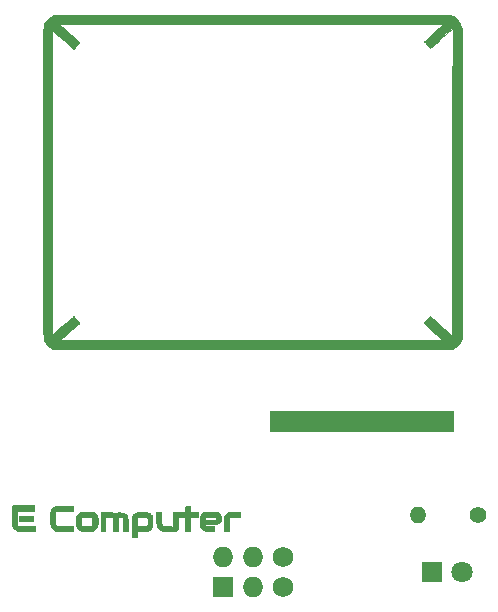
<source format=gtl>
G04 #@! TF.GenerationSoftware,KiCad,Pcbnew,(7.0.0)*
G04 #@! TF.CreationDate,2023-04-17T17:46:40-04:00*
G04 #@! TF.ProjectId,AA Design THT Modify,41412044-6573-4696-976e-20544854204d,rev?*
G04 #@! TF.SameCoordinates,Original*
G04 #@! TF.FileFunction,Copper,L1,Top*
G04 #@! TF.FilePolarity,Positive*
%FSLAX46Y46*%
G04 Gerber Fmt 4.6, Leading zero omitted, Abs format (unit mm)*
G04 Created by KiCad (PCBNEW (7.0.0)) date 2023-04-17 17:46:40*
%MOMM*%
%LPD*%
G01*
G04 APERTURE LIST*
G04 #@! TA.AperFunction,EtchedComponent*
%ADD10C,0.010000*%
G04 #@! TD*
G04 #@! TA.AperFunction,ComponentPad*
%ADD11O,1.727200X1.727200*%
G04 #@! TD*
G04 #@! TA.AperFunction,ComponentPad*
%ADD12R,1.727200X1.727200*%
G04 #@! TD*
G04 #@! TA.AperFunction,ComponentPad*
%ADD13C,1.727200*%
G04 #@! TD*
G04 #@! TA.AperFunction,ComponentPad*
%ADD14R,1.800000X1.800000*%
G04 #@! TD*
G04 #@! TA.AperFunction,ComponentPad*
%ADD15C,1.800000*%
G04 #@! TD*
G04 #@! TA.AperFunction,ComponentPad*
%ADD16C,1.400000*%
G04 #@! TD*
G04 #@! TA.AperFunction,ComponentPad*
%ADD17O,1.400000X1.400000*%
G04 #@! TD*
G04 APERTURE END LIST*
G04 #@! TO.C,G\u002A\u002A\u002A*
G36*
X44926989Y-82063686D02*
G01*
X43720489Y-82063686D01*
X43720489Y-81640353D01*
X44926989Y-81640353D01*
X44926989Y-82063686D01*
G37*
D10*
X44926989Y-82063686D02*
X43720489Y-82063686D01*
X43720489Y-81640353D01*
X44926989Y-81640353D01*
X44926989Y-82063686D01*
G36*
X80529322Y-74422519D02*
G01*
X64971822Y-74422519D01*
X64971822Y-72750353D01*
X80529322Y-72750353D01*
X80529322Y-74422519D01*
G37*
X80529322Y-74422519D02*
X64971822Y-74422519D01*
X64971822Y-72750353D01*
X80529322Y-72750353D01*
X80529322Y-74422519D01*
G36*
X58242087Y-81301686D02*
G01*
X58918155Y-81301686D01*
X58918155Y-81703853D01*
X58240822Y-81703853D01*
X58240822Y-82910353D01*
X57838655Y-82910353D01*
X57838655Y-81703853D01*
X57330655Y-81703853D01*
X57330655Y-81301686D01*
X57837390Y-81301686D01*
X57843314Y-81031811D01*
X57849239Y-80761936D01*
X58230239Y-80761936D01*
X58242087Y-81301686D01*
G37*
X58242087Y-81301686D02*
X58918155Y-81301686D01*
X58918155Y-81703853D01*
X58240822Y-81703853D01*
X58240822Y-82910353D01*
X57838655Y-82910353D01*
X57838655Y-81703853D01*
X57330655Y-81703853D01*
X57330655Y-81301686D01*
X57837390Y-81301686D01*
X57843314Y-81031811D01*
X57849239Y-80761936D01*
X58230239Y-80761936D01*
X58242087Y-81301686D01*
G36*
X62495322Y-81703853D02*
G01*
X62030855Y-81703853D01*
X61879207Y-81703981D01*
X61764296Y-81704721D01*
X61680525Y-81706601D01*
X61622300Y-81710150D01*
X61584024Y-81715897D01*
X61560101Y-81724372D01*
X61544935Y-81736105D01*
X61533439Y-81750896D01*
X61523232Y-81771147D01*
X61515311Y-81802541D01*
X61509405Y-81850037D01*
X61505243Y-81918595D01*
X61502554Y-82013174D01*
X61501068Y-82138734D01*
X61500514Y-82300235D01*
X61500489Y-82354146D01*
X61500489Y-82910353D01*
X61098322Y-82910353D01*
X61098322Y-82327936D01*
X61099178Y-82121511D01*
X61101809Y-81955069D01*
X61106305Y-81826296D01*
X61112759Y-81732874D01*
X61121262Y-81672488D01*
X61124780Y-81658592D01*
X61172364Y-81559822D01*
X61249101Y-81463458D01*
X61343227Y-81382749D01*
X61399582Y-81349111D01*
X61431738Y-81334054D01*
X61464142Y-81322568D01*
X61502843Y-81314172D01*
X61553888Y-81308386D01*
X61623326Y-81304725D01*
X61717206Y-81302710D01*
X61841576Y-81301857D01*
X61994932Y-81301686D01*
X62495322Y-81301686D01*
X62495322Y-81703853D01*
G37*
X62495322Y-81703853D02*
X62030855Y-81703853D01*
X61879207Y-81703981D01*
X61764296Y-81704721D01*
X61680525Y-81706601D01*
X61622300Y-81710150D01*
X61584024Y-81715897D01*
X61560101Y-81724372D01*
X61544935Y-81736105D01*
X61533439Y-81750896D01*
X61523232Y-81771147D01*
X61515311Y-81802541D01*
X61509405Y-81850037D01*
X61505243Y-81918595D01*
X61502554Y-82013174D01*
X61501068Y-82138734D01*
X61500514Y-82300235D01*
X61500489Y-82354146D01*
X61500489Y-82910353D01*
X61098322Y-82910353D01*
X61098322Y-82327936D01*
X61099178Y-82121511D01*
X61101809Y-81955069D01*
X61106305Y-81826296D01*
X61112759Y-81732874D01*
X61121262Y-81672488D01*
X61124780Y-81658592D01*
X61172364Y-81559822D01*
X61249101Y-81463458D01*
X61343227Y-81382749D01*
X61399582Y-81349111D01*
X61431738Y-81334054D01*
X61464142Y-81322568D01*
X61502843Y-81314172D01*
X61553888Y-81308386D01*
X61623326Y-81304725D01*
X61717206Y-81302710D01*
X61841576Y-81301857D01*
X61994932Y-81301686D01*
X62495322Y-81301686D01*
X62495322Y-81703853D01*
G36*
X45049437Y-80947144D02*
G01*
X45043405Y-81164103D01*
X44318447Y-81169672D01*
X43593489Y-81175242D01*
X43593489Y-81785516D01*
X43593656Y-81963164D01*
X43594350Y-82103274D01*
X43595859Y-82210644D01*
X43598470Y-82290069D01*
X43602471Y-82346344D01*
X43608149Y-82384267D01*
X43615793Y-82408632D01*
X43625689Y-82424236D01*
X43632197Y-82430822D01*
X43646408Y-82440323D01*
X43668722Y-82447957D01*
X43703472Y-82453923D01*
X43754989Y-82458420D01*
X43827605Y-82461649D01*
X43925652Y-82463807D01*
X44053461Y-82465094D01*
X44215364Y-82465709D01*
X44394197Y-82465853D01*
X45117489Y-82465853D01*
X45117489Y-82868019D01*
X44350197Y-82866293D01*
X44141027Y-82865541D01*
X43970063Y-82864214D01*
X43833177Y-82862148D01*
X43726244Y-82859181D01*
X43645138Y-82855153D01*
X43585733Y-82849901D01*
X43543902Y-82843262D01*
X43515520Y-82835076D01*
X43511439Y-82833390D01*
X43377375Y-82752402D01*
X43269184Y-82639653D01*
X43209501Y-82539936D01*
X43149022Y-82412936D01*
X43149005Y-81618604D01*
X43149197Y-81410272D01*
X43149888Y-81240183D01*
X43151239Y-81104249D01*
X43153409Y-80998381D01*
X43156559Y-80918489D01*
X43160849Y-80860486D01*
X43166439Y-80820282D01*
X43173488Y-80793789D01*
X43181939Y-80777229D01*
X43214889Y-80730186D01*
X45055469Y-80730186D01*
X45049437Y-80947144D01*
G37*
X45049437Y-80947144D02*
X45043405Y-81164103D01*
X44318447Y-81169672D01*
X43593489Y-81175242D01*
X43593489Y-81785516D01*
X43593656Y-81963164D01*
X43594350Y-82103274D01*
X43595859Y-82210644D01*
X43598470Y-82290069D01*
X43602471Y-82346344D01*
X43608149Y-82384267D01*
X43615793Y-82408632D01*
X43625689Y-82424236D01*
X43632197Y-82430822D01*
X43646408Y-82440323D01*
X43668722Y-82447957D01*
X43703472Y-82453923D01*
X43754989Y-82458420D01*
X43827605Y-82461649D01*
X43925652Y-82463807D01*
X44053461Y-82465094D01*
X44215364Y-82465709D01*
X44394197Y-82465853D01*
X45117489Y-82465853D01*
X45117489Y-82868019D01*
X44350197Y-82866293D01*
X44141027Y-82865541D01*
X43970063Y-82864214D01*
X43833177Y-82862148D01*
X43726244Y-82859181D01*
X43645138Y-82855153D01*
X43585733Y-82849901D01*
X43543902Y-82843262D01*
X43515520Y-82835076D01*
X43511439Y-82833390D01*
X43377375Y-82752402D01*
X43269184Y-82639653D01*
X43209501Y-82539936D01*
X43149022Y-82412936D01*
X43149005Y-81618604D01*
X43149197Y-81410272D01*
X43149888Y-81240183D01*
X43151239Y-81104249D01*
X43153409Y-80998381D01*
X43156559Y-80918489D01*
X43160849Y-80860486D01*
X43166439Y-80820282D01*
X43173488Y-80793789D01*
X43181939Y-80777229D01*
X43214889Y-80730186D01*
X45055469Y-80730186D01*
X45049437Y-80947144D01*
G36*
X55785489Y-81731118D02*
G01*
X55785703Y-81885363D01*
X55786698Y-82003568D01*
X55789004Y-82092025D01*
X55793150Y-82157029D01*
X55799665Y-82204870D01*
X55809078Y-82241841D01*
X55821919Y-82274236D01*
X55833114Y-82297326D01*
X55896407Y-82386338D01*
X55975989Y-82444686D01*
X56013272Y-82464069D01*
X56049841Y-82478248D01*
X56093268Y-82488210D01*
X56151123Y-82494940D01*
X56230979Y-82499425D01*
X56340408Y-82502650D01*
X56436364Y-82504643D01*
X56801489Y-82511683D01*
X56801489Y-81301686D01*
X57203655Y-81301686D01*
X57203655Y-82698686D01*
X57150739Y-82698686D01*
X57109481Y-82708380D01*
X57097822Y-82742411D01*
X57087684Y-82798182D01*
X57075910Y-82827077D01*
X57067664Y-82839048D01*
X57054067Y-82848405D01*
X57030354Y-82855449D01*
X56991759Y-82860479D01*
X56933517Y-82863797D01*
X56850863Y-82865703D01*
X56739030Y-82866498D01*
X56593252Y-82866481D01*
X56456785Y-82866110D01*
X56298733Y-82864967D01*
X56151824Y-82862697D01*
X56022175Y-82859490D01*
X55915903Y-82855535D01*
X55839128Y-82851021D01*
X55797966Y-82846138D01*
X55796072Y-82845645D01*
X55752203Y-82822730D01*
X55689923Y-82777598D01*
X55620217Y-82718493D01*
X55594081Y-82694096D01*
X55536624Y-82636726D01*
X55490646Y-82583119D01*
X55454875Y-82527752D01*
X55428039Y-82465096D01*
X55408867Y-82389625D01*
X55396087Y-82295815D01*
X55388427Y-82178137D01*
X55384615Y-82031067D01*
X55383381Y-81849078D01*
X55383322Y-81778255D01*
X55383322Y-81259353D01*
X55785489Y-81259353D01*
X55785489Y-81731118D01*
G37*
X55785489Y-81731118D02*
X55785703Y-81885363D01*
X55786698Y-82003568D01*
X55789004Y-82092025D01*
X55793150Y-82157029D01*
X55799665Y-82204870D01*
X55809078Y-82241841D01*
X55821919Y-82274236D01*
X55833114Y-82297326D01*
X55896407Y-82386338D01*
X55975989Y-82444686D01*
X56013272Y-82464069D01*
X56049841Y-82478248D01*
X56093268Y-82488210D01*
X56151123Y-82494940D01*
X56230979Y-82499425D01*
X56340408Y-82502650D01*
X56436364Y-82504643D01*
X56801489Y-82511683D01*
X56801489Y-81301686D01*
X57203655Y-81301686D01*
X57203655Y-82698686D01*
X57150739Y-82698686D01*
X57109481Y-82708380D01*
X57097822Y-82742411D01*
X57087684Y-82798182D01*
X57075910Y-82827077D01*
X57067664Y-82839048D01*
X57054067Y-82848405D01*
X57030354Y-82855449D01*
X56991759Y-82860479D01*
X56933517Y-82863797D01*
X56850863Y-82865703D01*
X56739030Y-82866498D01*
X56593252Y-82866481D01*
X56456785Y-82866110D01*
X56298733Y-82864967D01*
X56151824Y-82862697D01*
X56022175Y-82859490D01*
X55915903Y-82855535D01*
X55839128Y-82851021D01*
X55797966Y-82846138D01*
X55796072Y-82845645D01*
X55752203Y-82822730D01*
X55689923Y-82777598D01*
X55620217Y-82718493D01*
X55594081Y-82694096D01*
X55536624Y-82636726D01*
X55490646Y-82583119D01*
X55454875Y-82527752D01*
X55428039Y-82465096D01*
X55408867Y-82389625D01*
X55396087Y-82295815D01*
X55388427Y-82178137D01*
X55384615Y-82031067D01*
X55383381Y-81849078D01*
X55383322Y-81778255D01*
X55383322Y-81259353D01*
X55785489Y-81259353D01*
X55785489Y-81731118D01*
G36*
X48334822Y-81174686D02*
G01*
X46876722Y-81174686D01*
X46843772Y-81221729D01*
X46833565Y-81241980D01*
X46825644Y-81273374D01*
X46819738Y-81320870D01*
X46815576Y-81389428D01*
X46812888Y-81484007D01*
X46811402Y-81609567D01*
X46810847Y-81771068D01*
X46810822Y-81824979D01*
X46810974Y-81993277D01*
X46811672Y-82124382D01*
X46813280Y-82223435D01*
X46816162Y-82295575D01*
X46820680Y-82345943D01*
X46827199Y-82379679D01*
X46836082Y-82401924D01*
X46847693Y-82417816D01*
X46853155Y-82423519D01*
X46866152Y-82434913D01*
X46882901Y-82444058D01*
X46907845Y-82451199D01*
X46945429Y-82456585D01*
X47000094Y-82460462D01*
X47076285Y-82463076D01*
X47178444Y-82464675D01*
X47311014Y-82465506D01*
X47478438Y-82465815D01*
X47615155Y-82465853D01*
X48334822Y-82465853D01*
X48334822Y-82868019D01*
X47567530Y-82867554D01*
X47365004Y-82867285D01*
X47200294Y-82866608D01*
X47068882Y-82865312D01*
X46966250Y-82863186D01*
X46887882Y-82860020D01*
X46829260Y-82855602D01*
X46785867Y-82849722D01*
X46753185Y-82842169D01*
X46726697Y-82832733D01*
X46715572Y-82827806D01*
X46600649Y-82751747D01*
X46509019Y-82643413D01*
X46450837Y-82523426D01*
X46438501Y-82485206D01*
X46428816Y-82445213D01*
X46421465Y-82397944D01*
X46416133Y-82337896D01*
X46412505Y-82259567D01*
X46410264Y-82157452D01*
X46409094Y-82026050D01*
X46408680Y-81859857D01*
X46408655Y-81788368D01*
X46408947Y-81596301D01*
X46410361Y-81441443D01*
X46413710Y-81318670D01*
X46419803Y-81222857D01*
X46429451Y-81148881D01*
X46443463Y-81091619D01*
X46462652Y-81045946D01*
X46487827Y-81006740D01*
X46519798Y-80968875D01*
X46542020Y-80945254D01*
X46603588Y-80891935D01*
X46679418Y-80840362D01*
X46709577Y-80823546D01*
X46809415Y-80772519D01*
X48334822Y-80772519D01*
X48334822Y-81174686D01*
G37*
X48334822Y-81174686D02*
X46876722Y-81174686D01*
X46843772Y-81221729D01*
X46833565Y-81241980D01*
X46825644Y-81273374D01*
X46819738Y-81320870D01*
X46815576Y-81389428D01*
X46812888Y-81484007D01*
X46811402Y-81609567D01*
X46810847Y-81771068D01*
X46810822Y-81824979D01*
X46810974Y-81993277D01*
X46811672Y-82124382D01*
X46813280Y-82223435D01*
X46816162Y-82295575D01*
X46820680Y-82345943D01*
X46827199Y-82379679D01*
X46836082Y-82401924D01*
X46847693Y-82417816D01*
X46853155Y-82423519D01*
X46866152Y-82434913D01*
X46882901Y-82444058D01*
X46907845Y-82451199D01*
X46945429Y-82456585D01*
X47000094Y-82460462D01*
X47076285Y-82463076D01*
X47178444Y-82464675D01*
X47311014Y-82465506D01*
X47478438Y-82465815D01*
X47615155Y-82465853D01*
X48334822Y-82465853D01*
X48334822Y-82868019D01*
X47567530Y-82867554D01*
X47365004Y-82867285D01*
X47200294Y-82866608D01*
X47068882Y-82865312D01*
X46966250Y-82863186D01*
X46887882Y-82860020D01*
X46829260Y-82855602D01*
X46785867Y-82849722D01*
X46753185Y-82842169D01*
X46726697Y-82832733D01*
X46715572Y-82827806D01*
X46600649Y-82751747D01*
X46509019Y-82643413D01*
X46450837Y-82523426D01*
X46438501Y-82485206D01*
X46428816Y-82445213D01*
X46421465Y-82397944D01*
X46416133Y-82337896D01*
X46412505Y-82259567D01*
X46410264Y-82157452D01*
X46409094Y-82026050D01*
X46408680Y-81859857D01*
X46408655Y-81788368D01*
X46408947Y-81596301D01*
X46410361Y-81441443D01*
X46413710Y-81318670D01*
X46419803Y-81222857D01*
X46429451Y-81148881D01*
X46443463Y-81091619D01*
X46462652Y-81045946D01*
X46487827Y-81006740D01*
X46519798Y-80968875D01*
X46542020Y-80945254D01*
X46603588Y-80891935D01*
X46679418Y-80840362D01*
X46709577Y-80823546D01*
X46809415Y-80772519D01*
X48334822Y-80772519D01*
X48334822Y-81174686D01*
G36*
X51339866Y-81302156D02*
G01*
X51455765Y-81303191D01*
X51542526Y-81305599D01*
X51606744Y-81309980D01*
X51655018Y-81316936D01*
X51693943Y-81327068D01*
X51730118Y-81340976D01*
X51758530Y-81353836D01*
X51820779Y-81381946D01*
X51853984Y-81392536D01*
X51867244Y-81386457D01*
X51869655Y-81364557D01*
X51869655Y-81364212D01*
X51871901Y-81348422D01*
X51882793Y-81337267D01*
X51908558Y-81329955D01*
X51955426Y-81325692D01*
X52029625Y-81323689D01*
X52137386Y-81323152D01*
X52192447Y-81323171D01*
X52342638Y-81324764D01*
X52458400Y-81330608D01*
X52547580Y-81342806D01*
X52618029Y-81363462D01*
X52677593Y-81394678D01*
X52734123Y-81438557D01*
X52778341Y-81480144D01*
X52825147Y-81528459D01*
X52862550Y-81574815D01*
X52891597Y-81624560D01*
X52913338Y-81683045D01*
X52928821Y-81755617D01*
X52939092Y-81847624D01*
X52945201Y-81964416D01*
X52948195Y-82111342D01*
X52949123Y-82293750D01*
X52949155Y-82351866D01*
X52949155Y-82910353D01*
X52546989Y-82910353D01*
X52546989Y-82349436D01*
X52547120Y-82167140D01*
X52546285Y-82022761D01*
X52542641Y-81911891D01*
X52534347Y-81830123D01*
X52519560Y-81773049D01*
X52496436Y-81736262D01*
X52463135Y-81715354D01*
X52417813Y-81705917D01*
X52358628Y-81703545D01*
X52283737Y-81703830D01*
X52277114Y-81703835D01*
X52091905Y-81703818D01*
X52098406Y-82307085D01*
X52104907Y-82910353D01*
X51700322Y-82910353D01*
X51700322Y-82349436D01*
X51700750Y-82166872D01*
X51700405Y-82022222D01*
X51696841Y-81911103D01*
X51687616Y-81829127D01*
X51670284Y-81771910D01*
X51642402Y-81735066D01*
X51601525Y-81714210D01*
X51545208Y-81704957D01*
X51471007Y-81702921D01*
X51376478Y-81703716D01*
X51340489Y-81703853D01*
X51065322Y-81703853D01*
X51065322Y-82910353D01*
X50663155Y-82910353D01*
X50663155Y-82153062D01*
X50663365Y-81949914D01*
X50664111Y-81784902D01*
X50665563Y-81653832D01*
X50667893Y-81552507D01*
X50671274Y-81476734D01*
X50675878Y-81422316D01*
X50681876Y-81385058D01*
X50689440Y-81360766D01*
X50696105Y-81348729D01*
X50708198Y-81333302D01*
X50723701Y-81321682D01*
X50748249Y-81313334D01*
X50787474Y-81307721D01*
X50847008Y-81304307D01*
X50932485Y-81302556D01*
X51049537Y-81301933D01*
X51188230Y-81301893D01*
X51339866Y-81302156D01*
G37*
X51339866Y-81302156D02*
X51455765Y-81303191D01*
X51542526Y-81305599D01*
X51606744Y-81309980D01*
X51655018Y-81316936D01*
X51693943Y-81327068D01*
X51730118Y-81340976D01*
X51758530Y-81353836D01*
X51820779Y-81381946D01*
X51853984Y-81392536D01*
X51867244Y-81386457D01*
X51869655Y-81364557D01*
X51869655Y-81364212D01*
X51871901Y-81348422D01*
X51882793Y-81337267D01*
X51908558Y-81329955D01*
X51955426Y-81325692D01*
X52029625Y-81323689D01*
X52137386Y-81323152D01*
X52192447Y-81323171D01*
X52342638Y-81324764D01*
X52458400Y-81330608D01*
X52547580Y-81342806D01*
X52618029Y-81363462D01*
X52677593Y-81394678D01*
X52734123Y-81438557D01*
X52778341Y-81480144D01*
X52825147Y-81528459D01*
X52862550Y-81574815D01*
X52891597Y-81624560D01*
X52913338Y-81683045D01*
X52928821Y-81755617D01*
X52939092Y-81847624D01*
X52945201Y-81964416D01*
X52948195Y-82111342D01*
X52949123Y-82293750D01*
X52949155Y-82351866D01*
X52949155Y-82910353D01*
X52546989Y-82910353D01*
X52546989Y-82349436D01*
X52547120Y-82167140D01*
X52546285Y-82022761D01*
X52542641Y-81911891D01*
X52534347Y-81830123D01*
X52519560Y-81773049D01*
X52496436Y-81736262D01*
X52463135Y-81715354D01*
X52417813Y-81705917D01*
X52358628Y-81703545D01*
X52283737Y-81703830D01*
X52277114Y-81703835D01*
X52091905Y-81703818D01*
X52098406Y-82307085D01*
X52104907Y-82910353D01*
X51700322Y-82910353D01*
X51700322Y-82349436D01*
X51700750Y-82166872D01*
X51700405Y-82022222D01*
X51696841Y-81911103D01*
X51687616Y-81829127D01*
X51670284Y-81771910D01*
X51642402Y-81735066D01*
X51601525Y-81714210D01*
X51545208Y-81704957D01*
X51471007Y-81702921D01*
X51376478Y-81703716D01*
X51340489Y-81703853D01*
X51065322Y-81703853D01*
X51065322Y-82910353D01*
X50663155Y-82910353D01*
X50663155Y-82153062D01*
X50663365Y-81949914D01*
X50664111Y-81784902D01*
X50665563Y-81653832D01*
X50667893Y-81552507D01*
X50671274Y-81476734D01*
X50675878Y-81422316D01*
X50681876Y-81385058D01*
X50689440Y-81360766D01*
X50696105Y-81348729D01*
X50708198Y-81333302D01*
X50723701Y-81321682D01*
X50748249Y-81313334D01*
X50787474Y-81307721D01*
X50847008Y-81304307D01*
X50932485Y-81302556D01*
X51049537Y-81301933D01*
X51188230Y-81301893D01*
X51339866Y-81302156D01*
G36*
X54328075Y-81302596D02*
G01*
X54469869Y-81306089D01*
X54580996Y-81313310D01*
X54667277Y-81325404D01*
X54734531Y-81343515D01*
X54788580Y-81368787D01*
X54835245Y-81402367D01*
X54880299Y-81445349D01*
X54934233Y-81503896D01*
X54974907Y-81557063D01*
X55004181Y-81612125D01*
X55023913Y-81676353D01*
X55035960Y-81757019D01*
X55042181Y-81861397D01*
X55044434Y-81996759D01*
X55044655Y-82088582D01*
X55043540Y-82232405D01*
X55040339Y-82349373D01*
X55035273Y-82435242D01*
X55028562Y-82485766D01*
X55023489Y-82497603D01*
X55005259Y-82527669D01*
X55002322Y-82548788D01*
X54986214Y-82593334D01*
X54943896Y-82651915D01*
X54884374Y-82715077D01*
X54816655Y-82773365D01*
X54749746Y-82817324D01*
X54743395Y-82820594D01*
X54707991Y-82836988D01*
X54672247Y-82849109D01*
X54629267Y-82857596D01*
X54572153Y-82863090D01*
X54494007Y-82866231D01*
X54387933Y-82867660D01*
X54247032Y-82868018D01*
X54232712Y-82868019D01*
X53816989Y-82868019D01*
X53816989Y-82465853D01*
X54196788Y-82465853D01*
X54344987Y-82466192D01*
X54456198Y-82464088D01*
X54535705Y-82454855D01*
X54588794Y-82433808D01*
X54620751Y-82396261D01*
X54636861Y-82337529D01*
X54642409Y-82252928D01*
X54642680Y-82137771D01*
X54642489Y-82070760D01*
X54642907Y-81953399D01*
X54640791Y-81864071D01*
X54631081Y-81798969D01*
X54608722Y-81754285D01*
X54568654Y-81726209D01*
X54505819Y-81710934D01*
X54415161Y-81704651D01*
X54291620Y-81703554D01*
X54155179Y-81703853D01*
X53997990Y-81704903D01*
X53880198Y-81708172D01*
X53798918Y-81713835D01*
X53751262Y-81722066D01*
X53736555Y-81729253D01*
X53729620Y-81747982D01*
X53723931Y-81790869D01*
X53719404Y-81860723D01*
X53715955Y-81960355D01*
X53713500Y-82092573D01*
X53711954Y-82260189D01*
X53711233Y-82466011D01*
X53711155Y-82575919D01*
X53711155Y-83397186D01*
X53287822Y-83397186D01*
X53287822Y-82575456D01*
X53288012Y-82348731D01*
X53288983Y-82160088D01*
X53291331Y-82005276D01*
X53295656Y-81880044D01*
X53302555Y-81780140D01*
X53312626Y-81701314D01*
X53326469Y-81639315D01*
X53344681Y-81589892D01*
X53367859Y-81548793D01*
X53396603Y-81511768D01*
X53431511Y-81474565D01*
X53444586Y-81461424D01*
X53495218Y-81412570D01*
X53541400Y-81374838D01*
X53589460Y-81346795D01*
X53645725Y-81327007D01*
X53716523Y-81314041D01*
X53808182Y-81306463D01*
X53927030Y-81302841D01*
X54079395Y-81301741D01*
X54149792Y-81301686D01*
X54328075Y-81302596D01*
G37*
X54328075Y-81302596D02*
X54469869Y-81306089D01*
X54580996Y-81313310D01*
X54667277Y-81325404D01*
X54734531Y-81343515D01*
X54788580Y-81368787D01*
X54835245Y-81402367D01*
X54880299Y-81445349D01*
X54934233Y-81503896D01*
X54974907Y-81557063D01*
X55004181Y-81612125D01*
X55023913Y-81676353D01*
X55035960Y-81757019D01*
X55042181Y-81861397D01*
X55044434Y-81996759D01*
X55044655Y-82088582D01*
X55043540Y-82232405D01*
X55040339Y-82349373D01*
X55035273Y-82435242D01*
X55028562Y-82485766D01*
X55023489Y-82497603D01*
X55005259Y-82527669D01*
X55002322Y-82548788D01*
X54986214Y-82593334D01*
X54943896Y-82651915D01*
X54884374Y-82715077D01*
X54816655Y-82773365D01*
X54749746Y-82817324D01*
X54743395Y-82820594D01*
X54707991Y-82836988D01*
X54672247Y-82849109D01*
X54629267Y-82857596D01*
X54572153Y-82863090D01*
X54494007Y-82866231D01*
X54387933Y-82867660D01*
X54247032Y-82868018D01*
X54232712Y-82868019D01*
X53816989Y-82868019D01*
X53816989Y-82465853D01*
X54196788Y-82465853D01*
X54344987Y-82466192D01*
X54456198Y-82464088D01*
X54535705Y-82454855D01*
X54588794Y-82433808D01*
X54620751Y-82396261D01*
X54636861Y-82337529D01*
X54642409Y-82252928D01*
X54642680Y-82137771D01*
X54642489Y-82070760D01*
X54642907Y-81953399D01*
X54640791Y-81864071D01*
X54631081Y-81798969D01*
X54608722Y-81754285D01*
X54568654Y-81726209D01*
X54505819Y-81710934D01*
X54415161Y-81704651D01*
X54291620Y-81703554D01*
X54155179Y-81703853D01*
X53997990Y-81704903D01*
X53880198Y-81708172D01*
X53798918Y-81713835D01*
X53751262Y-81722066D01*
X53736555Y-81729253D01*
X53729620Y-81747982D01*
X53723931Y-81790869D01*
X53719404Y-81860723D01*
X53715955Y-81960355D01*
X53713500Y-82092573D01*
X53711954Y-82260189D01*
X53711233Y-82466011D01*
X53711155Y-82575919D01*
X53711155Y-83397186D01*
X53287822Y-83397186D01*
X53287822Y-82575456D01*
X53288012Y-82348731D01*
X53288983Y-82160088D01*
X53291331Y-82005276D01*
X53295656Y-81880044D01*
X53302555Y-81780140D01*
X53312626Y-81701314D01*
X53326469Y-81639315D01*
X53344681Y-81589892D01*
X53367859Y-81548793D01*
X53396603Y-81511768D01*
X53431511Y-81474565D01*
X53444586Y-81461424D01*
X53495218Y-81412570D01*
X53541400Y-81374838D01*
X53589460Y-81346795D01*
X53645725Y-81327007D01*
X53716523Y-81314041D01*
X53808182Y-81306463D01*
X53927030Y-81302841D01*
X54079395Y-81301741D01*
X54149792Y-81301686D01*
X54328075Y-81302596D01*
G36*
X60110248Y-81260138D02*
G01*
X60229220Y-81261031D01*
X60318617Y-81263241D01*
X60384817Y-81267308D01*
X60434199Y-81273772D01*
X60473142Y-81283173D01*
X60508025Y-81296050D01*
X60537405Y-81309269D01*
X60665977Y-81389730D01*
X60764547Y-81493515D01*
X60830711Y-81614569D01*
X60862070Y-81746834D01*
X60856222Y-81884255D01*
X60815572Y-82010769D01*
X60767034Y-82090618D01*
X60698629Y-82173507D01*
X60621665Y-82247880D01*
X60547448Y-82302181D01*
X60514698Y-82318271D01*
X60477528Y-82324541D01*
X60405375Y-82330040D01*
X60305588Y-82334460D01*
X60185516Y-82337489D01*
X60052506Y-82338818D01*
X60027203Y-82338853D01*
X59593840Y-82338853D01*
X59599956Y-82153644D01*
X59606072Y-81968436D01*
X59987072Y-81962866D01*
X60132901Y-81960221D01*
X60241785Y-81955989D01*
X60319111Y-81948446D01*
X60370265Y-81935865D01*
X60400635Y-81916521D01*
X60415608Y-81888687D01*
X60420573Y-81850637D01*
X60420989Y-81823849D01*
X60418386Y-81785655D01*
X60407194Y-81756630D01*
X60382337Y-81735513D01*
X60338737Y-81721045D01*
X60271317Y-81711966D01*
X60175003Y-81707016D01*
X60044716Y-81704935D01*
X59940192Y-81704526D01*
X59798987Y-81704542D01*
X59694249Y-81705491D01*
X59620111Y-81707925D01*
X59570708Y-81712395D01*
X59540174Y-81719451D01*
X59522645Y-81729646D01*
X59512254Y-81743529D01*
X59511567Y-81744794D01*
X59503690Y-81780420D01*
X59497171Y-81850860D01*
X59492442Y-81948609D01*
X59489940Y-82066157D01*
X59489655Y-82123724D01*
X59489655Y-82461711D01*
X59556314Y-82484949D01*
X59601502Y-82493292D01*
X59680377Y-82500233D01*
X59784300Y-82505273D01*
X59904633Y-82507913D01*
X59958480Y-82508186D01*
X60293989Y-82508186D01*
X60293989Y-82868019D01*
X59897114Y-82867554D01*
X59754334Y-82866948D01*
X59646717Y-82865089D01*
X59567094Y-82861341D01*
X59508299Y-82855073D01*
X59463165Y-82845649D01*
X59424526Y-82832436D01*
X59404989Y-82824023D01*
X59281070Y-82747344D01*
X59172165Y-82639979D01*
X59123134Y-82571686D01*
X59106066Y-82540987D01*
X59093511Y-82506962D01*
X59084588Y-82462408D01*
X59078418Y-82400122D01*
X59074120Y-82312900D01*
X59070815Y-82193539D01*
X59069526Y-82132851D01*
X59068035Y-81961741D01*
X59072326Y-81825639D01*
X59083957Y-81717428D01*
X59104483Y-81629996D01*
X59135460Y-81556227D01*
X59178446Y-81489006D01*
X59222011Y-81435747D01*
X59270172Y-81383376D01*
X59315435Y-81342590D01*
X59363829Y-81311941D01*
X59421387Y-81289987D01*
X59494138Y-81275280D01*
X59588113Y-81266377D01*
X59709343Y-81261832D01*
X59863860Y-81260199D01*
X59955322Y-81260024D01*
X60110248Y-81260138D01*
G37*
X60110248Y-81260138D02*
X60229220Y-81261031D01*
X60318617Y-81263241D01*
X60384817Y-81267308D01*
X60434199Y-81273772D01*
X60473142Y-81283173D01*
X60508025Y-81296050D01*
X60537405Y-81309269D01*
X60665977Y-81389730D01*
X60764547Y-81493515D01*
X60830711Y-81614569D01*
X60862070Y-81746834D01*
X60856222Y-81884255D01*
X60815572Y-82010769D01*
X60767034Y-82090618D01*
X60698629Y-82173507D01*
X60621665Y-82247880D01*
X60547448Y-82302181D01*
X60514698Y-82318271D01*
X60477528Y-82324541D01*
X60405375Y-82330040D01*
X60305588Y-82334460D01*
X60185516Y-82337489D01*
X60052506Y-82338818D01*
X60027203Y-82338853D01*
X59593840Y-82338853D01*
X59599956Y-82153644D01*
X59606072Y-81968436D01*
X59987072Y-81962866D01*
X60132901Y-81960221D01*
X60241785Y-81955989D01*
X60319111Y-81948446D01*
X60370265Y-81935865D01*
X60400635Y-81916521D01*
X60415608Y-81888687D01*
X60420573Y-81850637D01*
X60420989Y-81823849D01*
X60418386Y-81785655D01*
X60407194Y-81756630D01*
X60382337Y-81735513D01*
X60338737Y-81721045D01*
X60271317Y-81711966D01*
X60175003Y-81707016D01*
X60044716Y-81704935D01*
X59940192Y-81704526D01*
X59798987Y-81704542D01*
X59694249Y-81705491D01*
X59620111Y-81707925D01*
X59570708Y-81712395D01*
X59540174Y-81719451D01*
X59522645Y-81729646D01*
X59512254Y-81743529D01*
X59511567Y-81744794D01*
X59503690Y-81780420D01*
X59497171Y-81850860D01*
X59492442Y-81948609D01*
X59489940Y-82066157D01*
X59489655Y-82123724D01*
X59489655Y-82461711D01*
X59556314Y-82484949D01*
X59601502Y-82493292D01*
X59680377Y-82500233D01*
X59784300Y-82505273D01*
X59904633Y-82507913D01*
X59958480Y-82508186D01*
X60293989Y-82508186D01*
X60293989Y-82868019D01*
X59897114Y-82867554D01*
X59754334Y-82866948D01*
X59646717Y-82865089D01*
X59567094Y-82861341D01*
X59508299Y-82855073D01*
X59463165Y-82845649D01*
X59424526Y-82832436D01*
X59404989Y-82824023D01*
X59281070Y-82747344D01*
X59172165Y-82639979D01*
X59123134Y-82571686D01*
X59106066Y-82540987D01*
X59093511Y-82506962D01*
X59084588Y-82462408D01*
X59078418Y-82400122D01*
X59074120Y-82312900D01*
X59070815Y-82193539D01*
X59069526Y-82132851D01*
X59068035Y-81961741D01*
X59072326Y-81825639D01*
X59083957Y-81717428D01*
X59104483Y-81629996D01*
X59135460Y-81556227D01*
X59178446Y-81489006D01*
X59222011Y-81435747D01*
X59270172Y-81383376D01*
X59315435Y-81342590D01*
X59363829Y-81311941D01*
X59421387Y-81289987D01*
X59494138Y-81275280D01*
X59588113Y-81266377D01*
X59709343Y-81261832D01*
X59863860Y-81260199D01*
X59955322Y-81260024D01*
X60110248Y-81260138D01*
G36*
X48569856Y-82013739D02*
G01*
X49011806Y-82013739D01*
X49012155Y-82106683D01*
X49013219Y-82239572D01*
X49017336Y-82336509D01*
X49025896Y-82403847D01*
X49040290Y-82447934D01*
X49061907Y-82475122D01*
X49092137Y-82491760D01*
X49096822Y-82493497D01*
X49130714Y-82498210D01*
X49197206Y-82501790D01*
X49287892Y-82504252D01*
X49394368Y-82505612D01*
X49508227Y-82505886D01*
X49621064Y-82505089D01*
X49724473Y-82503239D01*
X49810049Y-82500350D01*
X49869387Y-82496439D01*
X49893524Y-82491987D01*
X49925722Y-82447506D01*
X49947903Y-82362285D01*
X49960008Y-82236729D01*
X49961976Y-82071246D01*
X49961197Y-82035247D01*
X49957552Y-81921556D01*
X49952830Y-81842673D01*
X49945827Y-81791072D01*
X49935339Y-81759227D01*
X49920163Y-81739613D01*
X49912985Y-81733852D01*
X49888118Y-81722681D01*
X49844949Y-81714479D01*
X49778124Y-81708878D01*
X49682289Y-81705512D01*
X49552092Y-81704015D01*
X49474976Y-81703853D01*
X49323548Y-81703433D01*
X49209207Y-81705180D01*
X49126771Y-81713605D01*
X49071058Y-81733217D01*
X49036886Y-81768526D01*
X49019075Y-81824043D01*
X49012443Y-81904277D01*
X49011806Y-82013739D01*
X48569856Y-82013739D01*
X48569250Y-81975599D01*
X48570421Y-81873048D01*
X48575476Y-81795709D01*
X48584963Y-81735068D01*
X48599008Y-81683881D01*
X48651449Y-81576896D01*
X48732573Y-81470421D01*
X48830618Y-81377470D01*
X48933820Y-81311055D01*
X48937643Y-81309249D01*
X48974124Y-81293169D01*
X49009584Y-81281003D01*
X49050424Y-81272203D01*
X49103041Y-81266222D01*
X49173837Y-81262513D01*
X49269210Y-81260529D01*
X49395561Y-81259723D01*
X49518764Y-81259559D01*
X49693187Y-81260264D01*
X49831233Y-81263430D01*
X49938842Y-81270382D01*
X50021957Y-81282446D01*
X50086516Y-81300947D01*
X50138463Y-81327208D01*
X50183737Y-81362556D01*
X50228279Y-81408315D01*
X50238762Y-81420129D01*
X50295051Y-81487927D01*
X50336515Y-81550075D01*
X50365593Y-81615144D01*
X50384726Y-81691705D01*
X50396353Y-81788328D01*
X50402916Y-81913585D01*
X50405425Y-82005478D01*
X50407394Y-82146956D01*
X50405987Y-82248179D01*
X50401115Y-82311097D01*
X50392685Y-82337660D01*
X50389848Y-82338853D01*
X50372697Y-82356994D01*
X50366822Y-82393080D01*
X50353248Y-82463474D01*
X50317684Y-82549548D01*
X50267866Y-82636839D01*
X50211528Y-82710886D01*
X50181110Y-82740280D01*
X50131794Y-82779715D01*
X50087254Y-82810071D01*
X50041112Y-82832534D01*
X49986994Y-82848291D01*
X49918525Y-82858528D01*
X49829327Y-82864431D01*
X49713026Y-82867188D01*
X49563245Y-82867984D01*
X49494654Y-82868019D01*
X49340882Y-82867880D01*
X49223059Y-82867067D01*
X49134800Y-82864984D01*
X49069719Y-82861037D01*
X49021433Y-82854631D01*
X48983556Y-82845171D01*
X48949704Y-82832063D01*
X48913491Y-82814710D01*
X48911421Y-82813679D01*
X48782987Y-82727567D01*
X48677268Y-82607637D01*
X48626349Y-82523472D01*
X48607639Y-82483916D01*
X48594172Y-82441560D01*
X48584844Y-82388139D01*
X48578551Y-82315386D01*
X48574192Y-82215036D01*
X48571413Y-82111876D01*
X48569856Y-82013739D01*
G37*
X48569856Y-82013739D02*
X49011806Y-82013739D01*
X49012155Y-82106683D01*
X49013219Y-82239572D01*
X49017336Y-82336509D01*
X49025896Y-82403847D01*
X49040290Y-82447934D01*
X49061907Y-82475122D01*
X49092137Y-82491760D01*
X49096822Y-82493497D01*
X49130714Y-82498210D01*
X49197206Y-82501790D01*
X49287892Y-82504252D01*
X49394368Y-82505612D01*
X49508227Y-82505886D01*
X49621064Y-82505089D01*
X49724473Y-82503239D01*
X49810049Y-82500350D01*
X49869387Y-82496439D01*
X49893524Y-82491987D01*
X49925722Y-82447506D01*
X49947903Y-82362285D01*
X49960008Y-82236729D01*
X49961976Y-82071246D01*
X49961197Y-82035247D01*
X49957552Y-81921556D01*
X49952830Y-81842673D01*
X49945827Y-81791072D01*
X49935339Y-81759227D01*
X49920163Y-81739613D01*
X49912985Y-81733852D01*
X49888118Y-81722681D01*
X49844949Y-81714479D01*
X49778124Y-81708878D01*
X49682289Y-81705512D01*
X49552092Y-81704015D01*
X49474976Y-81703853D01*
X49323548Y-81703433D01*
X49209207Y-81705180D01*
X49126771Y-81713605D01*
X49071058Y-81733217D01*
X49036886Y-81768526D01*
X49019075Y-81824043D01*
X49012443Y-81904277D01*
X49011806Y-82013739D01*
X48569856Y-82013739D01*
X48569250Y-81975599D01*
X48570421Y-81873048D01*
X48575476Y-81795709D01*
X48584963Y-81735068D01*
X48599008Y-81683881D01*
X48651449Y-81576896D01*
X48732573Y-81470421D01*
X48830618Y-81377470D01*
X48933820Y-81311055D01*
X48937643Y-81309249D01*
X48974124Y-81293169D01*
X49009584Y-81281003D01*
X49050424Y-81272203D01*
X49103041Y-81266222D01*
X49173837Y-81262513D01*
X49269210Y-81260529D01*
X49395561Y-81259723D01*
X49518764Y-81259559D01*
X49693187Y-81260264D01*
X49831233Y-81263430D01*
X49938842Y-81270382D01*
X50021957Y-81282446D01*
X50086516Y-81300947D01*
X50138463Y-81327208D01*
X50183737Y-81362556D01*
X50228279Y-81408315D01*
X50238762Y-81420129D01*
X50295051Y-81487927D01*
X50336515Y-81550075D01*
X50365593Y-81615144D01*
X50384726Y-81691705D01*
X50396353Y-81788328D01*
X50402916Y-81913585D01*
X50405425Y-82005478D01*
X50407394Y-82146956D01*
X50405987Y-82248179D01*
X50401115Y-82311097D01*
X50392685Y-82337660D01*
X50389848Y-82338853D01*
X50372697Y-82356994D01*
X50366822Y-82393080D01*
X50353248Y-82463474D01*
X50317684Y-82549548D01*
X50267866Y-82636839D01*
X50211528Y-82710886D01*
X50181110Y-82740280D01*
X50131794Y-82779715D01*
X50087254Y-82810071D01*
X50041112Y-82832534D01*
X49986994Y-82848291D01*
X49918525Y-82858528D01*
X49829327Y-82864431D01*
X49713026Y-82867188D01*
X49563245Y-82867984D01*
X49494654Y-82868019D01*
X49340882Y-82867880D01*
X49223059Y-82867067D01*
X49134800Y-82864984D01*
X49069719Y-82861037D01*
X49021433Y-82854631D01*
X48983556Y-82845171D01*
X48949704Y-82832063D01*
X48913491Y-82814710D01*
X48911421Y-82813679D01*
X48782987Y-82727567D01*
X48677268Y-82607637D01*
X48626349Y-82523472D01*
X48607639Y-82483916D01*
X48594172Y-82441560D01*
X48584844Y-82388139D01*
X48578551Y-82315386D01*
X48574192Y-82215036D01*
X48571413Y-82111876D01*
X48569856Y-82013739D01*
G36*
X45805405Y-53423347D02*
G01*
X46538716Y-53423347D01*
X46538746Y-54207118D01*
X46538831Y-54985915D01*
X46538971Y-55755005D01*
X46539166Y-56509660D01*
X46539416Y-57245146D01*
X46539720Y-57956735D01*
X46540080Y-58639694D01*
X46540494Y-59289293D01*
X46540913Y-59839588D01*
X46546239Y-66296324D01*
X47424655Y-65520345D01*
X47589589Y-65374649D01*
X47745656Y-65236794D01*
X47889853Y-65109433D01*
X48019174Y-64995218D01*
X48130616Y-64896804D01*
X48221174Y-64816844D01*
X48287843Y-64757990D01*
X48327619Y-64722896D01*
X48337384Y-64714298D01*
X48352375Y-64706242D01*
X48371461Y-64709828D01*
X48398929Y-64728902D01*
X48439066Y-64767311D01*
X48496159Y-64828901D01*
X48574497Y-64917521D01*
X48612551Y-64961179D01*
X48691345Y-65053372D01*
X48759329Y-65135954D01*
X48811949Y-65203143D01*
X48844648Y-65249158D01*
X48853405Y-65266904D01*
X48837907Y-65286065D01*
X48793426Y-65330187D01*
X48722984Y-65396523D01*
X48629604Y-65482323D01*
X48516307Y-65584839D01*
X48386114Y-65701322D01*
X48242048Y-65829025D01*
X48087131Y-65965198D01*
X48049072Y-65998485D01*
X47891495Y-66136197D01*
X47743347Y-66265716D01*
X47607734Y-66384325D01*
X47487761Y-66489304D01*
X47386536Y-66577935D01*
X47307162Y-66647499D01*
X47252747Y-66695278D01*
X47226395Y-66718553D01*
X47224630Y-66720155D01*
X47244519Y-66721217D01*
X47305935Y-66722259D01*
X47408075Y-66723279D01*
X47550132Y-66724275D01*
X47731302Y-66725247D01*
X47950779Y-66726195D01*
X48207758Y-66727116D01*
X48501434Y-66728011D01*
X48831002Y-66728878D01*
X49195656Y-66729716D01*
X49594591Y-66730524D01*
X50027003Y-66731302D01*
X50492085Y-66732048D01*
X50989033Y-66732762D01*
X51517041Y-66733443D01*
X52075304Y-66734089D01*
X52663018Y-66734699D01*
X53279376Y-66735274D01*
X53923574Y-66735811D01*
X54594806Y-66736311D01*
X55292267Y-66736771D01*
X56015152Y-66737191D01*
X56762656Y-66737570D01*
X57533974Y-66737908D01*
X58328300Y-66738202D01*
X59144828Y-66738453D01*
X59982755Y-66738659D01*
X60841275Y-66738820D01*
X61719582Y-66738934D01*
X62616871Y-66739001D01*
X63412426Y-66739019D01*
X79620330Y-66739019D01*
X79221491Y-66373894D01*
X79081925Y-66246222D01*
X78922857Y-66100870D01*
X78756110Y-65948631D01*
X78593509Y-65800301D01*
X78446878Y-65666672D01*
X78416895Y-65639371D01*
X78293987Y-65527321D01*
X78199210Y-65440114D01*
X78129352Y-65374140D01*
X78081198Y-65325791D01*
X78051536Y-65291455D01*
X78037152Y-65267523D01*
X78034832Y-65250384D01*
X78041363Y-65236430D01*
X78049482Y-65226621D01*
X78076465Y-65195938D01*
X78125427Y-65140094D01*
X78190490Y-65065800D01*
X78265774Y-64979769D01*
X78306113Y-64933648D01*
X78524399Y-64684026D01*
X78569069Y-64724773D01*
X78592862Y-64746098D01*
X78645315Y-64792856D01*
X78723429Y-64862380D01*
X78824202Y-64952002D01*
X78944633Y-65059054D01*
X79081723Y-65180870D01*
X79232469Y-65314781D01*
X79393873Y-65458120D01*
X79513322Y-65564178D01*
X80412905Y-66362835D01*
X80418216Y-54958123D01*
X80418703Y-53997666D01*
X80419248Y-53079526D01*
X80419852Y-52203683D01*
X80420514Y-51370121D01*
X80421235Y-50578821D01*
X80422015Y-49829766D01*
X80422854Y-49122938D01*
X80423752Y-48458319D01*
X80424708Y-47835893D01*
X80425724Y-47255640D01*
X80426798Y-46717544D01*
X80427932Y-46221586D01*
X80429124Y-45767749D01*
X80430376Y-45356016D01*
X80431687Y-44986368D01*
X80433057Y-44658789D01*
X80434486Y-44373259D01*
X80435975Y-44129762D01*
X80437523Y-43928280D01*
X80439130Y-43768795D01*
X80440797Y-43651289D01*
X80442523Y-43575745D01*
X80444308Y-43542146D01*
X80444809Y-43540258D01*
X80449282Y-43516170D01*
X80453075Y-43450059D01*
X80456186Y-43342229D01*
X80458610Y-43192983D01*
X80460345Y-43002626D01*
X80461389Y-42771463D01*
X80461737Y-42499797D01*
X80461388Y-42187933D01*
X80460664Y-41927349D01*
X80455239Y-40327592D01*
X79517440Y-41161389D01*
X79347959Y-41311812D01*
X79187731Y-41453515D01*
X79039569Y-41584044D01*
X78906287Y-41700945D01*
X78790697Y-41801763D01*
X78695612Y-41884045D01*
X78623847Y-41945336D01*
X78578213Y-41983181D01*
X78561673Y-41995186D01*
X78543479Y-41980119D01*
X78503377Y-41939095D01*
X78446915Y-41878380D01*
X78379641Y-41804240D01*
X78307103Y-41722938D01*
X78234849Y-41640742D01*
X78168426Y-41563916D01*
X78113384Y-41498726D01*
X78075270Y-41451437D01*
X78059632Y-41428315D01*
X78059599Y-41428190D01*
X78074356Y-41411805D01*
X78118160Y-41370319D01*
X78188070Y-41306361D01*
X78281145Y-41222560D01*
X78394445Y-41121544D01*
X78525028Y-41005942D01*
X78669954Y-40878383D01*
X78826282Y-40741494D01*
X78893484Y-40682853D01*
X79731177Y-39952603D01*
X71578916Y-39947284D01*
X70889600Y-39946869D01*
X70162181Y-39946498D01*
X69400866Y-39946170D01*
X68609866Y-39945885D01*
X67793389Y-39945644D01*
X66955643Y-39945446D01*
X66100839Y-39945292D01*
X65233185Y-39945181D01*
X64356890Y-39945114D01*
X63476164Y-39945090D01*
X62595214Y-39945109D01*
X61718251Y-39945172D01*
X60849484Y-39945278D01*
X59993120Y-39945427D01*
X59153370Y-39945620D01*
X58334442Y-39945856D01*
X57540546Y-39946136D01*
X56775890Y-39946459D01*
X56044683Y-39946826D01*
X55351135Y-39947236D01*
X55276879Y-39947284D01*
X47127103Y-39952603D01*
X47995371Y-40714603D01*
X48158368Y-40858191D01*
X48311211Y-40993882D01*
X48451024Y-41119050D01*
X48574930Y-41231068D01*
X48680050Y-41327311D01*
X48763510Y-41405153D01*
X48822431Y-41461968D01*
X48853936Y-41495129D01*
X48858522Y-41502455D01*
X48843512Y-41526231D01*
X48805107Y-41575975D01*
X48747969Y-41645954D01*
X48676760Y-41730436D01*
X48612551Y-41804891D01*
X48524533Y-41905241D01*
X48459482Y-41977047D01*
X48413105Y-42024155D01*
X48381111Y-42050410D01*
X48359207Y-42059656D01*
X48343100Y-42055740D01*
X48337384Y-42051407D01*
X48315445Y-42032072D01*
X48264785Y-41987362D01*
X48188408Y-41919931D01*
X48089318Y-41832432D01*
X47970520Y-41727517D01*
X47835018Y-41607841D01*
X47685818Y-41476056D01*
X47525922Y-41334816D01*
X47424655Y-41245360D01*
X46546239Y-40469381D01*
X46540913Y-46926117D01*
X46540449Y-47541776D01*
X46540040Y-48195037D01*
X46539686Y-48881170D01*
X46539387Y-49595444D01*
X46539143Y-50333128D01*
X46538954Y-51089491D01*
X46538820Y-51859802D01*
X46538740Y-52639331D01*
X46538716Y-53423347D01*
X45805405Y-53423347D01*
X45805405Y-53351103D01*
X45805409Y-52457144D01*
X45805421Y-51604531D01*
X45805446Y-50792275D01*
X45805485Y-50019388D01*
X45805542Y-49284883D01*
X45805619Y-48587771D01*
X45805719Y-47927064D01*
X45805844Y-47301774D01*
X45805999Y-46710914D01*
X45806185Y-46153495D01*
X45806405Y-45628529D01*
X45806662Y-45135029D01*
X45806959Y-44672005D01*
X45807299Y-44238471D01*
X45807684Y-43833438D01*
X45808117Y-43455918D01*
X45808602Y-43104924D01*
X45809140Y-42779466D01*
X45809735Y-42478558D01*
X45810389Y-42201211D01*
X45811105Y-41946436D01*
X45811887Y-41713247D01*
X45812736Y-41500656D01*
X45813656Y-41307673D01*
X45814649Y-41133311D01*
X45815719Y-40976582D01*
X45816868Y-40836499D01*
X45818098Y-40712072D01*
X45819413Y-40602315D01*
X45820815Y-40506238D01*
X45822308Y-40422855D01*
X45823893Y-40351176D01*
X45825575Y-40290215D01*
X45827354Y-40238983D01*
X45829236Y-40196491D01*
X45831221Y-40161753D01*
X45833314Y-40133779D01*
X45835516Y-40111582D01*
X45837831Y-40094175D01*
X45840261Y-40080568D01*
X45842809Y-40069774D01*
X45843014Y-40069019D01*
X45886864Y-39932518D01*
X45940923Y-39816543D01*
X46012579Y-39709129D01*
X46109219Y-39598308D01*
X46173547Y-39533660D01*
X46300966Y-39418380D01*
X46418267Y-39333348D01*
X46536595Y-39272205D01*
X46667092Y-39228591D01*
X46737108Y-39212061D01*
X46749731Y-39210144D01*
X46769688Y-39208305D01*
X46797832Y-39206543D01*
X46835012Y-39204856D01*
X46882081Y-39203242D01*
X46939888Y-39201701D01*
X47009286Y-39200230D01*
X47091125Y-39198828D01*
X47186256Y-39197493D01*
X47295530Y-39196224D01*
X47419799Y-39195019D01*
X47559914Y-39193876D01*
X47716725Y-39192795D01*
X47891084Y-39191772D01*
X48083842Y-39190807D01*
X48295850Y-39189899D01*
X48527959Y-39189045D01*
X48781019Y-39188243D01*
X49055883Y-39187493D01*
X49353402Y-39186793D01*
X49674425Y-39186141D01*
X50019805Y-39185536D01*
X50390392Y-39184976D01*
X50787038Y-39184458D01*
X51210594Y-39183983D01*
X51661910Y-39183548D01*
X52141839Y-39183152D01*
X52651230Y-39182792D01*
X53190935Y-39182468D01*
X53761805Y-39182178D01*
X54364691Y-39181920D01*
X55000445Y-39181692D01*
X55669917Y-39181494D01*
X56373958Y-39181323D01*
X57113420Y-39181178D01*
X57889154Y-39181058D01*
X58702010Y-39180960D01*
X59552839Y-39180883D01*
X60442494Y-39180825D01*
X61371825Y-39180786D01*
X62341682Y-39180763D01*
X63352918Y-39180754D01*
X63479572Y-39180754D01*
X64496111Y-39180761D01*
X65471168Y-39180782D01*
X66405593Y-39180820D01*
X67300236Y-39180876D01*
X68155947Y-39180950D01*
X68973578Y-39181046D01*
X69753979Y-39181165D01*
X70498001Y-39181307D01*
X71206493Y-39181475D01*
X71880307Y-39181671D01*
X72520293Y-39181896D01*
X73127301Y-39182151D01*
X73702183Y-39182438D01*
X74245788Y-39182759D01*
X74758967Y-39183115D01*
X75242571Y-39183508D01*
X75697451Y-39183939D01*
X76124456Y-39184410D01*
X76524438Y-39184923D01*
X76898246Y-39185480D01*
X77246732Y-39186081D01*
X77570746Y-39186728D01*
X77871138Y-39187423D01*
X78148759Y-39188168D01*
X78404460Y-39188964D01*
X78639091Y-39189813D01*
X78853503Y-39190716D01*
X79048546Y-39191675D01*
X79225070Y-39192692D01*
X79383927Y-39193767D01*
X79525966Y-39194903D01*
X79652039Y-39196102D01*
X79762996Y-39197364D01*
X79859687Y-39198692D01*
X79942963Y-39200087D01*
X80013675Y-39201550D01*
X80072673Y-39203084D01*
X80120807Y-39204689D01*
X80158928Y-39206368D01*
X80187887Y-39208121D01*
X80208534Y-39209951D01*
X80221720Y-39211860D01*
X80222405Y-39212000D01*
X80324148Y-39239531D01*
X80434507Y-39278524D01*
X80508155Y-39310497D01*
X80657319Y-39402649D01*
X80799421Y-39526070D01*
X80925978Y-39670970D01*
X81028506Y-39827559D01*
X81098519Y-39986050D01*
X81101354Y-39994936D01*
X81127556Y-40066527D01*
X81162795Y-40148222D01*
X81177896Y-40179640D01*
X81228024Y-40279677D01*
X81222631Y-53429973D01*
X81217239Y-66580269D01*
X81166323Y-66717853D01*
X81090483Y-66886185D01*
X80991934Y-67035501D01*
X80861827Y-67178934D01*
X80844520Y-67195571D01*
X80704017Y-67310859D01*
X80550244Y-67399101D01*
X80370160Y-67467629D01*
X80349405Y-67473916D01*
X80340520Y-67476199D01*
X80328983Y-67478388D01*
X80313919Y-67480486D01*
X80294453Y-67482495D01*
X80269709Y-67484417D01*
X80238813Y-67486254D01*
X80200889Y-67488008D01*
X80155062Y-67489682D01*
X80100457Y-67491277D01*
X80036198Y-67492796D01*
X79961411Y-67494241D01*
X79875219Y-67495613D01*
X79776748Y-67496916D01*
X79665123Y-67498151D01*
X79539468Y-67499320D01*
X79398908Y-67500425D01*
X79242567Y-67501469D01*
X79069572Y-67502453D01*
X78879045Y-67503380D01*
X78670113Y-67504252D01*
X78441899Y-67505071D01*
X78193529Y-67505839D01*
X77924128Y-67506558D01*
X77632820Y-67507231D01*
X77318729Y-67507859D01*
X76980981Y-67508444D01*
X76618701Y-67508989D01*
X76231013Y-67509496D01*
X75817041Y-67509967D01*
X75375912Y-67510404D01*
X74906749Y-67510809D01*
X74408677Y-67511184D01*
X73880821Y-67511532D01*
X73322306Y-67511854D01*
X72732256Y-67512153D01*
X72109797Y-67512431D01*
X71454053Y-67512690D01*
X70764148Y-67512931D01*
X70039208Y-67513158D01*
X69278358Y-67513372D01*
X68480721Y-67513575D01*
X67645424Y-67513770D01*
X66771590Y-67513958D01*
X65858344Y-67514142D01*
X64904812Y-67514324D01*
X63910117Y-67514505D01*
X63564239Y-67514567D01*
X62575045Y-67514718D01*
X61609656Y-67514816D01*
X60668703Y-67514861D01*
X59752817Y-67514854D01*
X58862629Y-67514795D01*
X57998769Y-67514685D01*
X57161869Y-67514524D01*
X56352560Y-67514314D01*
X55571472Y-67514055D01*
X54819237Y-67513747D01*
X54096486Y-67513392D01*
X53403850Y-67512989D01*
X52741960Y-67512540D01*
X52111446Y-67512044D01*
X51512939Y-67511504D01*
X50947072Y-67510918D01*
X50414474Y-67510289D01*
X49915777Y-67509616D01*
X49451612Y-67508900D01*
X49022609Y-67508142D01*
X48629400Y-67507342D01*
X48272616Y-67506501D01*
X47952888Y-67505620D01*
X47670846Y-67504699D01*
X47427122Y-67503740D01*
X47222346Y-67502741D01*
X47057151Y-67501705D01*
X46932166Y-67500632D01*
X46848022Y-67499522D01*
X46805351Y-67498376D01*
X46800239Y-67497950D01*
X46627181Y-67456588D01*
X46478670Y-67398323D01*
X46343700Y-67316974D01*
X46211268Y-67206361D01*
X46122905Y-67117508D01*
X46022165Y-67002551D01*
X45948484Y-66896502D01*
X45893571Y-66784979D01*
X45849136Y-66653600D01*
X45843112Y-66632198D01*
X45840547Y-66621677D01*
X45838102Y-66608468D01*
X45835772Y-66591585D01*
X45833556Y-66570039D01*
X45831449Y-66542841D01*
X45829451Y-66509005D01*
X45827556Y-66467541D01*
X45825764Y-66417462D01*
X45824071Y-66357779D01*
X45822474Y-66287505D01*
X45820971Y-66205651D01*
X45819558Y-66111230D01*
X45818233Y-66003253D01*
X45816993Y-65880731D01*
X45815835Y-65742678D01*
X45814757Y-65588105D01*
X45813755Y-65416024D01*
X45812827Y-65225446D01*
X45811970Y-65015384D01*
X45811182Y-64784849D01*
X45810458Y-64532854D01*
X45809798Y-64258411D01*
X45809197Y-63960531D01*
X45808653Y-63638226D01*
X45808163Y-63290508D01*
X45807724Y-62916389D01*
X45807335Y-62514881D01*
X45806991Y-62084995D01*
X45806689Y-61625745D01*
X45806428Y-61136141D01*
X45806205Y-60615196D01*
X45806016Y-60061921D01*
X45805858Y-59475329D01*
X45805730Y-58854431D01*
X45805628Y-58198239D01*
X45805549Y-57505766D01*
X45805490Y-56776022D01*
X45805449Y-56008020D01*
X45805423Y-55200773D01*
X45805410Y-54353291D01*
X45805405Y-53464586D01*
X45805405Y-53423347D01*
G37*
X45805405Y-53423347D02*
X46538716Y-53423347D01*
X46538746Y-54207118D01*
X46538831Y-54985915D01*
X46538971Y-55755005D01*
X46539166Y-56509660D01*
X46539416Y-57245146D01*
X46539720Y-57956735D01*
X46540080Y-58639694D01*
X46540494Y-59289293D01*
X46540913Y-59839588D01*
X46546239Y-66296324D01*
X47424655Y-65520345D01*
X47589589Y-65374649D01*
X47745656Y-65236794D01*
X47889853Y-65109433D01*
X48019174Y-64995218D01*
X48130616Y-64896804D01*
X48221174Y-64816844D01*
X48287843Y-64757990D01*
X48327619Y-64722896D01*
X48337384Y-64714298D01*
X48352375Y-64706242D01*
X48371461Y-64709828D01*
X48398929Y-64728902D01*
X48439066Y-64767311D01*
X48496159Y-64828901D01*
X48574497Y-64917521D01*
X48612551Y-64961179D01*
X48691345Y-65053372D01*
X48759329Y-65135954D01*
X48811949Y-65203143D01*
X48844648Y-65249158D01*
X48853405Y-65266904D01*
X48837907Y-65286065D01*
X48793426Y-65330187D01*
X48722984Y-65396523D01*
X48629604Y-65482323D01*
X48516307Y-65584839D01*
X48386114Y-65701322D01*
X48242048Y-65829025D01*
X48087131Y-65965198D01*
X48049072Y-65998485D01*
X47891495Y-66136197D01*
X47743347Y-66265716D01*
X47607734Y-66384325D01*
X47487761Y-66489304D01*
X47386536Y-66577935D01*
X47307162Y-66647499D01*
X47252747Y-66695278D01*
X47226395Y-66718553D01*
X47224630Y-66720155D01*
X47244519Y-66721217D01*
X47305935Y-66722259D01*
X47408075Y-66723279D01*
X47550132Y-66724275D01*
X47731302Y-66725247D01*
X47950779Y-66726195D01*
X48207758Y-66727116D01*
X48501434Y-66728011D01*
X48831002Y-66728878D01*
X49195656Y-66729716D01*
X49594591Y-66730524D01*
X50027003Y-66731302D01*
X50492085Y-66732048D01*
X50989033Y-66732762D01*
X51517041Y-66733443D01*
X52075304Y-66734089D01*
X52663018Y-66734699D01*
X53279376Y-66735274D01*
X53923574Y-66735811D01*
X54594806Y-66736311D01*
X55292267Y-66736771D01*
X56015152Y-66737191D01*
X56762656Y-66737570D01*
X57533974Y-66737908D01*
X58328300Y-66738202D01*
X59144828Y-66738453D01*
X59982755Y-66738659D01*
X60841275Y-66738820D01*
X61719582Y-66738934D01*
X62616871Y-66739001D01*
X63412426Y-66739019D01*
X79620330Y-66739019D01*
X79221491Y-66373894D01*
X79081925Y-66246222D01*
X78922857Y-66100870D01*
X78756110Y-65948631D01*
X78593509Y-65800301D01*
X78446878Y-65666672D01*
X78416895Y-65639371D01*
X78293987Y-65527321D01*
X78199210Y-65440114D01*
X78129352Y-65374140D01*
X78081198Y-65325791D01*
X78051536Y-65291455D01*
X78037152Y-65267523D01*
X78034832Y-65250384D01*
X78041363Y-65236430D01*
X78049482Y-65226621D01*
X78076465Y-65195938D01*
X78125427Y-65140094D01*
X78190490Y-65065800D01*
X78265774Y-64979769D01*
X78306113Y-64933648D01*
X78524399Y-64684026D01*
X78569069Y-64724773D01*
X78592862Y-64746098D01*
X78645315Y-64792856D01*
X78723429Y-64862380D01*
X78824202Y-64952002D01*
X78944633Y-65059054D01*
X79081723Y-65180870D01*
X79232469Y-65314781D01*
X79393873Y-65458120D01*
X79513322Y-65564178D01*
X80412905Y-66362835D01*
X80418216Y-54958123D01*
X80418703Y-53997666D01*
X80419248Y-53079526D01*
X80419852Y-52203683D01*
X80420514Y-51370121D01*
X80421235Y-50578821D01*
X80422015Y-49829766D01*
X80422854Y-49122938D01*
X80423752Y-48458319D01*
X80424708Y-47835893D01*
X80425724Y-47255640D01*
X80426798Y-46717544D01*
X80427932Y-46221586D01*
X80429124Y-45767749D01*
X80430376Y-45356016D01*
X80431687Y-44986368D01*
X80433057Y-44658789D01*
X80434486Y-44373259D01*
X80435975Y-44129762D01*
X80437523Y-43928280D01*
X80439130Y-43768795D01*
X80440797Y-43651289D01*
X80442523Y-43575745D01*
X80444308Y-43542146D01*
X80444809Y-43540258D01*
X80449282Y-43516170D01*
X80453075Y-43450059D01*
X80456186Y-43342229D01*
X80458610Y-43192983D01*
X80460345Y-43002626D01*
X80461389Y-42771463D01*
X80461737Y-42499797D01*
X80461388Y-42187933D01*
X80460664Y-41927349D01*
X80455239Y-40327592D01*
X79517440Y-41161389D01*
X79347959Y-41311812D01*
X79187731Y-41453515D01*
X79039569Y-41584044D01*
X78906287Y-41700945D01*
X78790697Y-41801763D01*
X78695612Y-41884045D01*
X78623847Y-41945336D01*
X78578213Y-41983181D01*
X78561673Y-41995186D01*
X78543479Y-41980119D01*
X78503377Y-41939095D01*
X78446915Y-41878380D01*
X78379641Y-41804240D01*
X78307103Y-41722938D01*
X78234849Y-41640742D01*
X78168426Y-41563916D01*
X78113384Y-41498726D01*
X78075270Y-41451437D01*
X78059632Y-41428315D01*
X78059599Y-41428190D01*
X78074356Y-41411805D01*
X78118160Y-41370319D01*
X78188070Y-41306361D01*
X78281145Y-41222560D01*
X78394445Y-41121544D01*
X78525028Y-41005942D01*
X78669954Y-40878383D01*
X78826282Y-40741494D01*
X78893484Y-40682853D01*
X79731177Y-39952603D01*
X71578916Y-39947284D01*
X70889600Y-39946869D01*
X70162181Y-39946498D01*
X69400866Y-39946170D01*
X68609866Y-39945885D01*
X67793389Y-39945644D01*
X66955643Y-39945446D01*
X66100839Y-39945292D01*
X65233185Y-39945181D01*
X64356890Y-39945114D01*
X63476164Y-39945090D01*
X62595214Y-39945109D01*
X61718251Y-39945172D01*
X60849484Y-39945278D01*
X59993120Y-39945427D01*
X59153370Y-39945620D01*
X58334442Y-39945856D01*
X57540546Y-39946136D01*
X56775890Y-39946459D01*
X56044683Y-39946826D01*
X55351135Y-39947236D01*
X55276879Y-39947284D01*
X47127103Y-39952603D01*
X47995371Y-40714603D01*
X48158368Y-40858191D01*
X48311211Y-40993882D01*
X48451024Y-41119050D01*
X48574930Y-41231068D01*
X48680050Y-41327311D01*
X48763510Y-41405153D01*
X48822431Y-41461968D01*
X48853936Y-41495129D01*
X48858522Y-41502455D01*
X48843512Y-41526231D01*
X48805107Y-41575975D01*
X48747969Y-41645954D01*
X48676760Y-41730436D01*
X48612551Y-41804891D01*
X48524533Y-41905241D01*
X48459482Y-41977047D01*
X48413105Y-42024155D01*
X48381111Y-42050410D01*
X48359207Y-42059656D01*
X48343100Y-42055740D01*
X48337384Y-42051407D01*
X48315445Y-42032072D01*
X48264785Y-41987362D01*
X48188408Y-41919931D01*
X48089318Y-41832432D01*
X47970520Y-41727517D01*
X47835018Y-41607841D01*
X47685818Y-41476056D01*
X47525922Y-41334816D01*
X47424655Y-41245360D01*
X46546239Y-40469381D01*
X46540913Y-46926117D01*
X46540449Y-47541776D01*
X46540040Y-48195037D01*
X46539686Y-48881170D01*
X46539387Y-49595444D01*
X46539143Y-50333128D01*
X46538954Y-51089491D01*
X46538820Y-51859802D01*
X46538740Y-52639331D01*
X46538716Y-53423347D01*
X45805405Y-53423347D01*
X45805405Y-53351103D01*
X45805409Y-52457144D01*
X45805421Y-51604531D01*
X45805446Y-50792275D01*
X45805485Y-50019388D01*
X45805542Y-49284883D01*
X45805619Y-48587771D01*
X45805719Y-47927064D01*
X45805844Y-47301774D01*
X45805999Y-46710914D01*
X45806185Y-46153495D01*
X45806405Y-45628529D01*
X45806662Y-45135029D01*
X45806959Y-44672005D01*
X45807299Y-44238471D01*
X45807684Y-43833438D01*
X45808117Y-43455918D01*
X45808602Y-43104924D01*
X45809140Y-42779466D01*
X45809735Y-42478558D01*
X45810389Y-42201211D01*
X45811105Y-41946436D01*
X45811887Y-41713247D01*
X45812736Y-41500656D01*
X45813656Y-41307673D01*
X45814649Y-41133311D01*
X45815719Y-40976582D01*
X45816868Y-40836499D01*
X45818098Y-40712072D01*
X45819413Y-40602315D01*
X45820815Y-40506238D01*
X45822308Y-40422855D01*
X45823893Y-40351176D01*
X45825575Y-40290215D01*
X45827354Y-40238983D01*
X45829236Y-40196491D01*
X45831221Y-40161753D01*
X45833314Y-40133779D01*
X45835516Y-40111582D01*
X45837831Y-40094175D01*
X45840261Y-40080568D01*
X45842809Y-40069774D01*
X45843014Y-40069019D01*
X45886864Y-39932518D01*
X45940923Y-39816543D01*
X46012579Y-39709129D01*
X46109219Y-39598308D01*
X46173547Y-39533660D01*
X46300966Y-39418380D01*
X46418267Y-39333348D01*
X46536595Y-39272205D01*
X46667092Y-39228591D01*
X46737108Y-39212061D01*
X46749731Y-39210144D01*
X46769688Y-39208305D01*
X46797832Y-39206543D01*
X46835012Y-39204856D01*
X46882081Y-39203242D01*
X46939888Y-39201701D01*
X47009286Y-39200230D01*
X47091125Y-39198828D01*
X47186256Y-39197493D01*
X47295530Y-39196224D01*
X47419799Y-39195019D01*
X47559914Y-39193876D01*
X47716725Y-39192795D01*
X47891084Y-39191772D01*
X48083842Y-39190807D01*
X48295850Y-39189899D01*
X48527959Y-39189045D01*
X48781019Y-39188243D01*
X49055883Y-39187493D01*
X49353402Y-39186793D01*
X49674425Y-39186141D01*
X50019805Y-39185536D01*
X50390392Y-39184976D01*
X50787038Y-39184458D01*
X51210594Y-39183983D01*
X51661910Y-39183548D01*
X52141839Y-39183152D01*
X52651230Y-39182792D01*
X53190935Y-39182468D01*
X53761805Y-39182178D01*
X54364691Y-39181920D01*
X55000445Y-39181692D01*
X55669917Y-39181494D01*
X56373958Y-39181323D01*
X57113420Y-39181178D01*
X57889154Y-39181058D01*
X58702010Y-39180960D01*
X59552839Y-39180883D01*
X60442494Y-39180825D01*
X61371825Y-39180786D01*
X62341682Y-39180763D01*
X63352918Y-39180754D01*
X63479572Y-39180754D01*
X64496111Y-39180761D01*
X65471168Y-39180782D01*
X66405593Y-39180820D01*
X67300236Y-39180876D01*
X68155947Y-39180950D01*
X68973578Y-39181046D01*
X69753979Y-39181165D01*
X70498001Y-39181307D01*
X71206493Y-39181475D01*
X71880307Y-39181671D01*
X72520293Y-39181896D01*
X73127301Y-39182151D01*
X73702183Y-39182438D01*
X74245788Y-39182759D01*
X74758967Y-39183115D01*
X75242571Y-39183508D01*
X75697451Y-39183939D01*
X76124456Y-39184410D01*
X76524438Y-39184923D01*
X76898246Y-39185480D01*
X77246732Y-39186081D01*
X77570746Y-39186728D01*
X77871138Y-39187423D01*
X78148759Y-39188168D01*
X78404460Y-39188964D01*
X78639091Y-39189813D01*
X78853503Y-39190716D01*
X79048546Y-39191675D01*
X79225070Y-39192692D01*
X79383927Y-39193767D01*
X79525966Y-39194903D01*
X79652039Y-39196102D01*
X79762996Y-39197364D01*
X79859687Y-39198692D01*
X79942963Y-39200087D01*
X80013675Y-39201550D01*
X80072673Y-39203084D01*
X80120807Y-39204689D01*
X80158928Y-39206368D01*
X80187887Y-39208121D01*
X80208534Y-39209951D01*
X80221720Y-39211860D01*
X80222405Y-39212000D01*
X80324148Y-39239531D01*
X80434507Y-39278524D01*
X80508155Y-39310497D01*
X80657319Y-39402649D01*
X80799421Y-39526070D01*
X80925978Y-39670970D01*
X81028506Y-39827559D01*
X81098519Y-39986050D01*
X81101354Y-39994936D01*
X81127556Y-40066527D01*
X81162795Y-40148222D01*
X81177896Y-40179640D01*
X81228024Y-40279677D01*
X81222631Y-53429973D01*
X81217239Y-66580269D01*
X81166323Y-66717853D01*
X81090483Y-66886185D01*
X80991934Y-67035501D01*
X80861827Y-67178934D01*
X80844520Y-67195571D01*
X80704017Y-67310859D01*
X80550244Y-67399101D01*
X80370160Y-67467629D01*
X80349405Y-67473916D01*
X80340520Y-67476199D01*
X80328983Y-67478388D01*
X80313919Y-67480486D01*
X80294453Y-67482495D01*
X80269709Y-67484417D01*
X80238813Y-67486254D01*
X80200889Y-67488008D01*
X80155062Y-67489682D01*
X80100457Y-67491277D01*
X80036198Y-67492796D01*
X79961411Y-67494241D01*
X79875219Y-67495613D01*
X79776748Y-67496916D01*
X79665123Y-67498151D01*
X79539468Y-67499320D01*
X79398908Y-67500425D01*
X79242567Y-67501469D01*
X79069572Y-67502453D01*
X78879045Y-67503380D01*
X78670113Y-67504252D01*
X78441899Y-67505071D01*
X78193529Y-67505839D01*
X77924128Y-67506558D01*
X77632820Y-67507231D01*
X77318729Y-67507859D01*
X76980981Y-67508444D01*
X76618701Y-67508989D01*
X76231013Y-67509496D01*
X75817041Y-67509967D01*
X75375912Y-67510404D01*
X74906749Y-67510809D01*
X74408677Y-67511184D01*
X73880821Y-67511532D01*
X73322306Y-67511854D01*
X72732256Y-67512153D01*
X72109797Y-67512431D01*
X71454053Y-67512690D01*
X70764148Y-67512931D01*
X70039208Y-67513158D01*
X69278358Y-67513372D01*
X68480721Y-67513575D01*
X67645424Y-67513770D01*
X66771590Y-67513958D01*
X65858344Y-67514142D01*
X64904812Y-67514324D01*
X63910117Y-67514505D01*
X63564239Y-67514567D01*
X62575045Y-67514718D01*
X61609656Y-67514816D01*
X60668703Y-67514861D01*
X59752817Y-67514854D01*
X58862629Y-67514795D01*
X57998769Y-67514685D01*
X57161869Y-67514524D01*
X56352560Y-67514314D01*
X55571472Y-67514055D01*
X54819237Y-67513747D01*
X54096486Y-67513392D01*
X53403850Y-67512989D01*
X52741960Y-67512540D01*
X52111446Y-67512044D01*
X51512939Y-67511504D01*
X50947072Y-67510918D01*
X50414474Y-67510289D01*
X49915777Y-67509616D01*
X49451612Y-67508900D01*
X49022609Y-67508142D01*
X48629400Y-67507342D01*
X48272616Y-67506501D01*
X47952888Y-67505620D01*
X47670846Y-67504699D01*
X47427122Y-67503740D01*
X47222346Y-67502741D01*
X47057151Y-67501705D01*
X46932166Y-67500632D01*
X46848022Y-67499522D01*
X46805351Y-67498376D01*
X46800239Y-67497950D01*
X46627181Y-67456588D01*
X46478670Y-67398323D01*
X46343700Y-67316974D01*
X46211268Y-67206361D01*
X46122905Y-67117508D01*
X46022165Y-67002551D01*
X45948484Y-66896502D01*
X45893571Y-66784979D01*
X45849136Y-66653600D01*
X45843112Y-66632198D01*
X45840547Y-66621677D01*
X45838102Y-66608468D01*
X45835772Y-66591585D01*
X45833556Y-66570039D01*
X45831449Y-66542841D01*
X45829451Y-66509005D01*
X45827556Y-66467541D01*
X45825764Y-66417462D01*
X45824071Y-66357779D01*
X45822474Y-66287505D01*
X45820971Y-66205651D01*
X45819558Y-66111230D01*
X45818233Y-66003253D01*
X45816993Y-65880731D01*
X45815835Y-65742678D01*
X45814757Y-65588105D01*
X45813755Y-65416024D01*
X45812827Y-65225446D01*
X45811970Y-65015384D01*
X45811182Y-64784849D01*
X45810458Y-64532854D01*
X45809798Y-64258411D01*
X45809197Y-63960531D01*
X45808653Y-63638226D01*
X45808163Y-63290508D01*
X45807724Y-62916389D01*
X45807335Y-62514881D01*
X45806991Y-62084995D01*
X45806689Y-61625745D01*
X45806428Y-61136141D01*
X45806205Y-60615196D01*
X45806016Y-60061921D01*
X45805858Y-59475329D01*
X45805730Y-58854431D01*
X45805628Y-58198239D01*
X45805549Y-57505766D01*
X45805490Y-56776022D01*
X45805449Y-56008020D01*
X45805423Y-55200773D01*
X45805410Y-54353291D01*
X45805405Y-53464586D01*
X45805405Y-53423347D01*
G04 #@! TD*
D11*
G04 #@! TO.P,X1,1,VCC*
G04 #@! TO.N,Net-(D1-A)*
X61019999Y-85109999D03*
D12*
G04 #@! TO.P,X1,2,GND*
G04 #@! TO.N,Net-(D1-K)*
X61019999Y-87649999D03*
D11*
G04 #@! TO.P,X1,3,SDA*
G04 #@! TO.N,unconnected-(X1-SDA-Pad3)*
X63559999Y-85109999D03*
G04 #@! TO.P,X1,4,SCL*
G04 #@! TO.N,unconnected-(X1-SCL-Pad4)*
X63559999Y-87649999D03*
D13*
G04 #@! TO.P,X1,5,GPIO1*
G04 #@! TO.N,unconnected-(X1-GPIO1-Pad5)*
X66100000Y-85110000D03*
G04 #@! TO.P,X1,6,GPIO2*
G04 #@! TO.N,unconnected-(X1-GPIO2-Pad6)*
X66100000Y-87650000D03*
G04 #@! TD*
D14*
G04 #@! TO.P,D3,1,K*
G04 #@! TO.N,Net-(D1-K)*
X78739999Y-86359999D03*
D15*
G04 #@! TO.P,D3,2,A*
G04 #@! TO.N,Net-(D3-A)*
X81280000Y-86360000D03*
G04 #@! TD*
D16*
G04 #@! TO.P,R2,1*
G04 #@! TO.N,Net-(D3-A)*
X82600000Y-81550000D03*
D17*
G04 #@! TO.P,R2,2*
G04 #@! TO.N,Net-(D1-A)*
X77519999Y-81549999D03*
G04 #@! TD*
M02*

</source>
